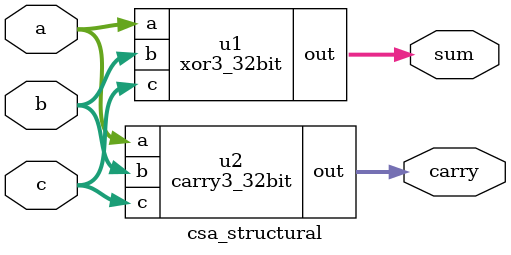
<source format=v>
module xor3_32bit(input [31:0] a, input [31:0] b, input [31:0] c, output [31:0] out);
  assign out = a ^ b ^ c;
endmodule

module carry3_32bit(input [31:0] a, input [31:0] b, input [31:0] c, output [31:0] out);
  assign out = (a & b) | (b & c) | (a & c);
endmodule

module csa_structural(
  input [31:0] a,
  input [31:0] b,
  input [31:0] c,
  output [31:0] sum,
  output [31:0] carry
);
  xor3_32bit u1(a, b, c, sum);
  carry3_32bit u2(a, b, c, carry);
endmodule
</source>
